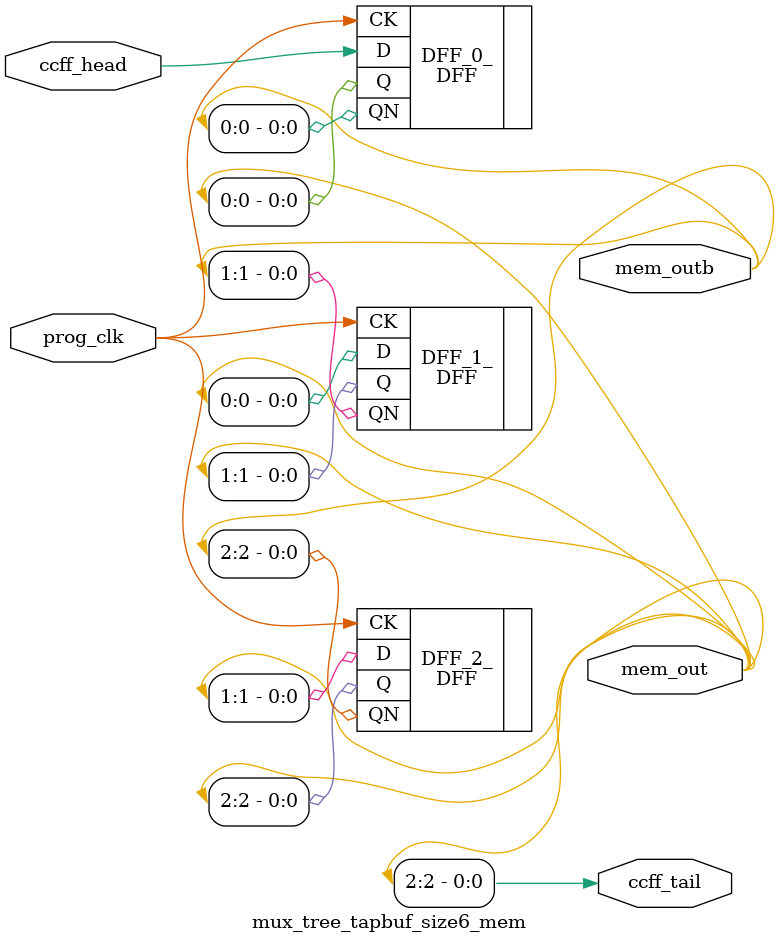
<source format=v>
/*verilator tracing_off*/
//Example
// ----- END Verilog module for mux_tree_tapbuf_size7_mem -----

//----- Default net type -----
`default_nettype wire




//----- Default net type -----
`default_nettype wire

// ----- Verilog module for mux_tree_tapbuf_size6_mem -----
module mux_tree_tapbuf_size6_mem(prog_clk,
                                 ccff_head,
                                 ccff_tail,
                                 mem_out,
                                 mem_outb);
//----- GLOBAL PORTS -----
input [0:0] prog_clk;
//----- INPUT PORTS -----
input [0:0] ccff_head;
//----- OUTPUT PORTS -----
output [0:0] ccff_tail;
//----- OUTPUT PORTS -----
output [0:2] mem_out;
//----- OUTPUT PORTS -----
output [0:2] mem_outb;

//----- BEGIN wire-connection ports -----
//----- END wire-connection ports -----


//----- BEGIN Registered ports -----
//----- END Registered ports -----



// ----- BEGIN Local short connections -----
// ----- END Local short connections -----
// ----- BEGIN Local output short connections -----
	assign ccff_tail[0] = mem_out[2];
// ----- END Local output short connections -----

	DFF DFF_0_ (
		.CK(prog_clk),
		.D(ccff_head),
		.Q(mem_out[0]),
		.QN(mem_outb[0]));

	DFF DFF_1_ (
		.CK(prog_clk),
		.D(mem_out[0]),
		.Q(mem_out[1]),
		.QN(mem_outb[1]));

	DFF DFF_2_ (
		.CK(prog_clk),
		.D(mem_out[1]),
		.Q(mem_out[2]),
		.QN(mem_outb[2]));

endmodule

</source>
